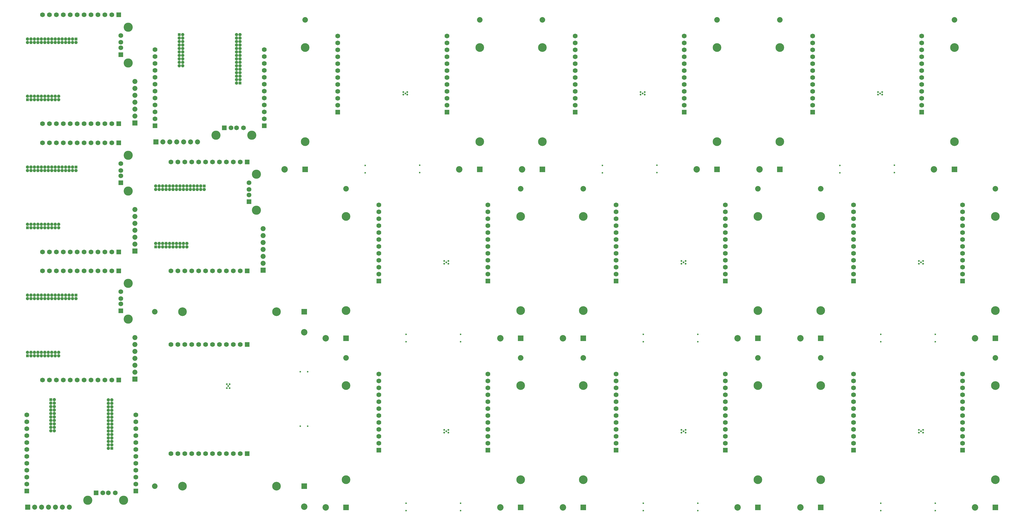
<source format=gbr>
G75*
G71*
%MOMM*%
%OFA0B0*%
%FSLAX53Y53*%
%IPPOS*%
%LPD*%
%ADD18C,1.24000*%
%ADD24C,0.60000*%
%ADD27C,0.64000*%
%ADD35C,2.36000*%
%ADD36R,2.04000X2.04000*%
%ADD38C,3.18000*%
%ADD40C,1.76000*%
%ADD44R,1.76000X1.76000*%
%ADD54C,3.34000*%
%ADD57C,1.74000*%
%ADD62R,1.14000X1.14000*%
%ADD64C,1.84000*%
%ADD65R,1.74000X1.74000*%
%ADD67R,1.84000X1.84000*%
%ADD75C,2.04000*%
X0000000Y0000000D02*
G75*
G01*
%LPD*%
D44*
X0002500Y0008760D03*
D40*
X0002500Y0011300D03*
X0002500Y0013840D03*
X0002500Y0016380D03*
X0002500Y0018920D03*
X0002500Y0021460D03*
X0002500Y0024000D03*
X0002500Y0026540D03*
X0002500Y0029080D03*
X0002500Y0031620D03*
X0002500Y0034160D03*
X0002500Y0036700D03*
D44*
X0042500Y0008760D03*
D40*
X0042500Y0011300D03*
X0042500Y0013840D03*
X0042500Y0016380D03*
X0042500Y0018920D03*
X0042500Y0021460D03*
X0042500Y0024000D03*
X0042500Y0026540D03*
X0042500Y0029080D03*
X0042500Y0031620D03*
X0042500Y0034160D03*
X0042500Y0036700D03*
D65*
X0027890Y0008032D03*
D57*
X0030390Y0008032D03*
X0032390Y0008032D03*
X0034890Y0008032D03*
D54*
X0024820Y0005332D03*
X0037960Y0005332D03*
D67*
X0002815Y0002855D03*
D64*
X0005355Y0002855D03*
X0007895Y0002855D03*
X0010435Y0002855D03*
X0012975Y0002855D03*
X0015515Y0002855D03*
X0018055Y0002855D03*
D62*
X0033650Y0024445D03*
D18*
X0033650Y0025715D03*
X0033650Y0026985D03*
X0033650Y0028255D03*
X0033650Y0029525D03*
X0033650Y0030795D03*
X0033650Y0032065D03*
X0033650Y0033335D03*
X0033650Y0034605D03*
X0033650Y0035875D03*
X0033650Y0037145D03*
X0033650Y0038415D03*
X0033650Y0039685D03*
X0033650Y0040955D03*
X0033650Y0042225D03*
X0032380Y0024445D03*
X0032380Y0025715D03*
X0032380Y0026985D03*
X0032380Y0028255D03*
X0032380Y0029525D03*
X0032380Y0030795D03*
X0032380Y0032065D03*
X0032380Y0033335D03*
X0032380Y0034605D03*
X0032380Y0035875D03*
X0032380Y0037145D03*
X0032380Y0038415D03*
X0032380Y0039685D03*
X0032380Y0040955D03*
X0032380Y0042225D03*
X0012620Y0030815D03*
X0012620Y0032085D03*
X0012620Y0033355D03*
X0012620Y0034625D03*
X0012620Y0035895D03*
X0012620Y0037165D03*
X0012620Y0038435D03*
X0012620Y0039705D03*
X0012620Y0040975D03*
X0012620Y0042245D03*
X0011350Y0030815D03*
X0011350Y0032085D03*
X0011350Y0033355D03*
X0011350Y0034625D03*
X0011350Y0035895D03*
X0011350Y0037165D03*
X0011350Y0038435D03*
X0011350Y0039705D03*
X0011350Y0040975D03*
D62*
X0011350Y0042245D03*
X0047000Y0000000D02*
G75*
G01*
%LPD*%
D36*
X0104230Y0010500D03*
D75*
X0049370Y0010500D03*
D38*
X0094070Y0010500D03*
X0059530Y0010500D03*
D35*
X0104230Y0003030D03*
D44*
X0083240Y0022500D03*
D40*
X0080700Y0022500D03*
X0078160Y0022500D03*
X0075620Y0022500D03*
X0073080Y0022500D03*
X0070540Y0022500D03*
X0068000Y0022500D03*
X0065460Y0022500D03*
X0062920Y0022500D03*
X0060380Y0022500D03*
X0057840Y0022500D03*
X0055300Y0022500D03*
D44*
X0083240Y0062500D03*
D40*
X0080700Y0062500D03*
X0078160Y0062500D03*
X0075620Y0062500D03*
X0073080Y0062500D03*
X0070540Y0062500D03*
X0068000Y0062500D03*
X0065460Y0062500D03*
X0062920Y0062500D03*
X0060380Y0062500D03*
X0057840Y0062500D03*
X0055300Y0062500D03*
D27*
X0075833Y0046489D03*
X0076833Y0046489D03*
X0075833Y0047989D03*
X0076333Y0047239D03*
X0076833Y0047989D03*
D24*
X0102729Y0052500D03*
X0105429Y0052500D03*
X0102777Y0032500D03*
X0105477Y0032500D03*
D36*
X0104230Y0074500D03*
D75*
X0049370Y0074500D03*
D38*
X0094070Y0074500D03*
X0059530Y0074500D03*
D35*
X0104230Y0067030D03*
X0000000Y0047000D02*
G75*
G01*
%LPD*%
D44*
X0036240Y0049500D03*
D40*
X0033700Y0049500D03*
X0031160Y0049500D03*
X0028620Y0049500D03*
X0026080Y0049500D03*
X0023540Y0049500D03*
X0021000Y0049500D03*
X0018460Y0049500D03*
X0015920Y0049500D03*
X0013380Y0049500D03*
X0010840Y0049500D03*
X0008300Y0049500D03*
D44*
X0036240Y0089500D03*
D40*
X0033700Y0089500D03*
X0031160Y0089500D03*
X0028620Y0089500D03*
X0026080Y0089500D03*
X0023540Y0089500D03*
X0021000Y0089500D03*
X0018460Y0089500D03*
X0015920Y0089500D03*
X0013380Y0089500D03*
X0010840Y0089500D03*
X0008300Y0089500D03*
D65*
X0036968Y0074890D03*
D57*
X0036968Y0077390D03*
X0036968Y0079390D03*
X0036968Y0081890D03*
D54*
X0039668Y0071820D03*
X0039668Y0084960D03*
D67*
X0042145Y0049815D03*
D64*
X0042145Y0052355D03*
X0042145Y0054895D03*
X0042145Y0057435D03*
X0042145Y0059975D03*
X0042145Y0062515D03*
X0042145Y0065055D03*
D62*
X0020555Y0080650D03*
D18*
X0019285Y0080650D03*
X0018015Y0080650D03*
X0016745Y0080650D03*
X0015475Y0080650D03*
X0014205Y0080650D03*
X0012935Y0080650D03*
X0011665Y0080650D03*
X0010395Y0080650D03*
X0009125Y0080650D03*
X0007855Y0080650D03*
X0006585Y0080650D03*
X0005315Y0080650D03*
X0004045Y0080650D03*
X0002775Y0080650D03*
X0020555Y0079380D03*
X0019285Y0079380D03*
X0018015Y0079380D03*
X0016745Y0079380D03*
X0015475Y0079380D03*
X0014205Y0079380D03*
X0012935Y0079380D03*
X0011665Y0079380D03*
X0010395Y0079380D03*
X0009125Y0079380D03*
X0007855Y0079380D03*
X0006585Y0079380D03*
X0005315Y0079380D03*
X0004045Y0079380D03*
X0002775Y0079380D03*
X0014185Y0059620D03*
X0012915Y0059620D03*
X0011645Y0059620D03*
X0010375Y0059620D03*
X0009105Y0059620D03*
X0007835Y0059620D03*
X0006565Y0059620D03*
X0005295Y0059620D03*
X0004025Y0059620D03*
X0002755Y0059620D03*
X0014185Y0058350D03*
X0012915Y0058350D03*
X0011645Y0058350D03*
X0010375Y0058350D03*
X0009105Y0058350D03*
X0007835Y0058350D03*
X0006565Y0058350D03*
X0005295Y0058350D03*
X0004025Y0058350D03*
D62*
X0002755Y0058350D03*
X0109000Y0000000D02*
G75*
G01*
%LPD*%
D36*
X0119500Y0002770D03*
D75*
X0119500Y0057630D03*
D38*
X0119500Y0012930D03*
X0119500Y0047470D03*
D35*
X0112030Y0002770D03*
D44*
X0131500Y0023760D03*
D40*
X0131500Y0026300D03*
X0131500Y0028840D03*
X0131500Y0031380D03*
X0131500Y0033920D03*
X0131500Y0036460D03*
X0131500Y0039000D03*
X0131500Y0041540D03*
X0131500Y0044080D03*
X0131500Y0046620D03*
X0131500Y0049160D03*
X0131500Y0051700D03*
D44*
X0171500Y0023760D03*
D40*
X0171500Y0026300D03*
X0171500Y0028840D03*
X0171500Y0031380D03*
X0171500Y0033920D03*
X0171500Y0036460D03*
X0171500Y0039000D03*
X0171500Y0041540D03*
X0171500Y0044080D03*
X0171500Y0046620D03*
X0171500Y0049160D03*
X0171500Y0051700D03*
D27*
X0155489Y0031167D03*
X0155489Y0030167D03*
X0156989Y0031167D03*
X0156239Y0030667D03*
X0156989Y0030167D03*
D24*
X0161500Y0004271D03*
X0161500Y0001571D03*
X0141500Y0004223D03*
X0141500Y0001523D03*
D36*
X0183500Y0002770D03*
D75*
X0183500Y0057630D03*
D38*
X0183500Y0012930D03*
X0183500Y0047470D03*
D35*
X0176030Y0002770D03*
X0047000Y0087000D02*
G75*
G01*
%LPD*%
D44*
X0083240Y0089500D03*
D40*
X0080700Y0089500D03*
X0078160Y0089500D03*
X0075620Y0089500D03*
X0073080Y0089500D03*
X0070540Y0089500D03*
X0068000Y0089500D03*
X0065460Y0089500D03*
X0062920Y0089500D03*
X0060380Y0089500D03*
X0057840Y0089500D03*
X0055300Y0089500D03*
D44*
X0083240Y0129500D03*
D40*
X0080700Y0129500D03*
X0078160Y0129500D03*
X0075620Y0129500D03*
X0073080Y0129500D03*
X0070540Y0129500D03*
X0068000Y0129500D03*
X0065460Y0129500D03*
X0062920Y0129500D03*
X0060380Y0129500D03*
X0057840Y0129500D03*
X0055300Y0129500D03*
D65*
X0083968Y0114890D03*
D57*
X0083968Y0117390D03*
X0083968Y0119390D03*
X0083968Y0121890D03*
D54*
X0086668Y0111820D03*
X0086668Y0124960D03*
D67*
X0089145Y0089815D03*
D64*
X0089145Y0092355D03*
X0089145Y0094895D03*
X0089145Y0097435D03*
X0089145Y0099975D03*
X0089145Y0102515D03*
X0089145Y0105055D03*
D62*
X0067555Y0120650D03*
D18*
X0066285Y0120650D03*
X0065015Y0120650D03*
X0063745Y0120650D03*
X0062475Y0120650D03*
X0061205Y0120650D03*
X0059935Y0120650D03*
X0058665Y0120650D03*
X0057395Y0120650D03*
X0056125Y0120650D03*
X0054855Y0120650D03*
X0053585Y0120650D03*
X0052315Y0120650D03*
X0051045Y0120650D03*
X0049775Y0120650D03*
X0067555Y0119380D03*
X0066285Y0119380D03*
X0065015Y0119380D03*
X0063745Y0119380D03*
X0062475Y0119380D03*
X0061205Y0119380D03*
X0059935Y0119380D03*
X0058665Y0119380D03*
X0057395Y0119380D03*
X0056125Y0119380D03*
X0054855Y0119380D03*
X0053585Y0119380D03*
X0052315Y0119380D03*
X0051045Y0119380D03*
X0049775Y0119380D03*
X0061185Y0099620D03*
X0059915Y0099620D03*
X0058645Y0099620D03*
X0057375Y0099620D03*
X0056105Y0099620D03*
X0054835Y0099620D03*
X0053565Y0099620D03*
X0052295Y0099620D03*
X0051025Y0099620D03*
X0049755Y0099620D03*
X0061185Y0098350D03*
X0059915Y0098350D03*
X0058645Y0098350D03*
X0057375Y0098350D03*
X0056105Y0098350D03*
X0054835Y0098350D03*
X0053565Y0098350D03*
X0052295Y0098350D03*
X0051025Y0098350D03*
D62*
X0049755Y0098350D03*
X0109000Y0062000D02*
G75*
G01*
%LPD*%
D36*
X0119500Y0064770D03*
D75*
X0119500Y0119630D03*
D38*
X0119500Y0074930D03*
X0119500Y0109470D03*
D35*
X0112030Y0064770D03*
D44*
X0131500Y0085760D03*
D40*
X0131500Y0088300D03*
X0131500Y0090840D03*
X0131500Y0093380D03*
X0131500Y0095920D03*
X0131500Y0098460D03*
X0131500Y0101000D03*
X0131500Y0103540D03*
X0131500Y0106080D03*
X0131500Y0108620D03*
X0131500Y0111160D03*
X0131500Y0113700D03*
D44*
X0171500Y0085760D03*
D40*
X0171500Y0088300D03*
X0171500Y0090840D03*
X0171500Y0093380D03*
X0171500Y0095920D03*
X0171500Y0098460D03*
X0171500Y0101000D03*
X0171500Y0103540D03*
X0171500Y0106080D03*
X0171500Y0108620D03*
X0171500Y0111160D03*
X0171500Y0113700D03*
D27*
X0155489Y0093167D03*
X0155489Y0092167D03*
X0156989Y0093167D03*
X0156239Y0092667D03*
X0156989Y0092167D03*
D24*
X0161500Y0066271D03*
X0161500Y0063571D03*
X0141500Y0066223D03*
X0141500Y0063523D03*
D36*
X0183500Y0064770D03*
D75*
X0183500Y0119630D03*
D38*
X0183500Y0074930D03*
X0183500Y0109470D03*
D35*
X0176030Y0064770D03*
X0094000Y0124000D02*
G75*
G01*
%LPD*%
D36*
X0104500Y0126770D03*
D75*
X0104500Y0181630D03*
D38*
X0104500Y0136930D03*
X0104500Y0171470D03*
D35*
X0097030Y0126770D03*
D44*
X0116500Y0147760D03*
D40*
X0116500Y0150300D03*
X0116500Y0152840D03*
X0116500Y0155380D03*
X0116500Y0157920D03*
X0116500Y0160460D03*
X0116500Y0163000D03*
X0116500Y0165540D03*
X0116500Y0168080D03*
X0116500Y0170620D03*
X0116500Y0173160D03*
X0116500Y0175700D03*
D44*
X0156500Y0147760D03*
D40*
X0156500Y0150300D03*
X0156500Y0152840D03*
X0156500Y0155380D03*
X0156500Y0157920D03*
X0156500Y0160460D03*
X0156500Y0163000D03*
X0156500Y0165540D03*
X0156500Y0168080D03*
X0156500Y0170620D03*
X0156500Y0173160D03*
X0156500Y0175700D03*
D27*
X0140489Y0155167D03*
X0140489Y0154167D03*
X0141989Y0155167D03*
X0141239Y0154667D03*
X0141989Y0154167D03*
D24*
X0146500Y0128271D03*
X0146500Y0125571D03*
X0126500Y0128223D03*
X0126500Y0125523D03*
D36*
X0168500Y0126770D03*
D75*
X0168500Y0181630D03*
D38*
X0168500Y0136930D03*
X0168500Y0171470D03*
D35*
X0161030Y0126770D03*
X0047000Y0134000D02*
G75*
G01*
%LPD*%
D44*
X0049500Y0142760D03*
D40*
X0049500Y0145300D03*
X0049500Y0147840D03*
X0049500Y0150380D03*
X0049500Y0152920D03*
X0049500Y0155460D03*
X0049500Y0158000D03*
X0049500Y0160540D03*
X0049500Y0163080D03*
X0049500Y0165620D03*
X0049500Y0168160D03*
X0049500Y0170700D03*
D44*
X0089500Y0142760D03*
D40*
X0089500Y0145300D03*
X0089500Y0147840D03*
X0089500Y0150380D03*
X0089500Y0152920D03*
X0089500Y0155460D03*
X0089500Y0158000D03*
X0089500Y0160540D03*
X0089500Y0163080D03*
X0089500Y0165620D03*
X0089500Y0168160D03*
X0089500Y0170700D03*
D65*
X0074890Y0142032D03*
D57*
X0077390Y0142032D03*
X0079390Y0142032D03*
X0081890Y0142032D03*
D54*
X0071820Y0139332D03*
X0084960Y0139332D03*
D67*
X0049815Y0136855D03*
D64*
X0052355Y0136855D03*
X0054895Y0136855D03*
X0057435Y0136855D03*
X0059975Y0136855D03*
X0062515Y0136855D03*
X0065055Y0136855D03*
D62*
X0080650Y0158445D03*
D18*
X0080650Y0159715D03*
X0080650Y0160985D03*
X0080650Y0162255D03*
X0080650Y0163525D03*
X0080650Y0164795D03*
X0080650Y0166065D03*
X0080650Y0167335D03*
X0080650Y0168605D03*
X0080650Y0169875D03*
X0080650Y0171145D03*
X0080650Y0172415D03*
X0080650Y0173685D03*
X0080650Y0174955D03*
X0080650Y0176225D03*
X0079380Y0158445D03*
X0079380Y0159715D03*
X0079380Y0160985D03*
X0079380Y0162255D03*
X0079380Y0163525D03*
X0079380Y0164795D03*
X0079380Y0166065D03*
X0079380Y0167335D03*
X0079380Y0168605D03*
X0079380Y0169875D03*
X0079380Y0171145D03*
X0079380Y0172415D03*
X0079380Y0173685D03*
X0079380Y0174955D03*
X0079380Y0176225D03*
X0059620Y0164815D03*
X0059620Y0166085D03*
X0059620Y0167355D03*
X0059620Y0168625D03*
X0059620Y0169895D03*
X0059620Y0171165D03*
X0059620Y0172435D03*
X0059620Y0173705D03*
X0059620Y0174975D03*
X0059620Y0176245D03*
X0058350Y0164815D03*
X0058350Y0166085D03*
X0058350Y0167355D03*
X0058350Y0168625D03*
X0058350Y0169895D03*
X0058350Y0171165D03*
X0058350Y0172435D03*
X0058350Y0173705D03*
X0058350Y0174975D03*
D62*
X0058350Y0176245D03*
X0181000Y0124000D02*
G75*
G01*
%LPD*%
D36*
X0191500Y0126770D03*
D75*
X0191500Y0181630D03*
D38*
X0191500Y0136930D03*
X0191500Y0171470D03*
D35*
X0184030Y0126770D03*
D44*
X0203500Y0147760D03*
D40*
X0203500Y0150300D03*
X0203500Y0152840D03*
X0203500Y0155380D03*
X0203500Y0157920D03*
X0203500Y0160460D03*
X0203500Y0163000D03*
X0203500Y0165540D03*
X0203500Y0168080D03*
X0203500Y0170620D03*
X0203500Y0173160D03*
X0203500Y0175700D03*
D44*
X0243500Y0147760D03*
D40*
X0243500Y0150300D03*
X0243500Y0152840D03*
X0243500Y0155380D03*
X0243500Y0157920D03*
X0243500Y0160460D03*
X0243500Y0163000D03*
X0243500Y0165540D03*
X0243500Y0168080D03*
X0243500Y0170620D03*
X0243500Y0173160D03*
X0243500Y0175700D03*
D27*
X0227489Y0155167D03*
X0227489Y0154167D03*
X0228989Y0155167D03*
X0228239Y0154667D03*
X0228989Y0154167D03*
D24*
X0233500Y0128271D03*
X0233500Y0125571D03*
X0213500Y0128223D03*
X0213500Y0125523D03*
D36*
X0255500Y0126770D03*
D75*
X0255500Y0181630D03*
D38*
X0255500Y0136930D03*
X0255500Y0171470D03*
D35*
X0248030Y0126770D03*
X0000000Y0094000D02*
G75*
G01*
%LPD*%
D44*
X0036240Y0096500D03*
D40*
X0033700Y0096500D03*
X0031160Y0096500D03*
X0028620Y0096500D03*
X0026080Y0096500D03*
X0023540Y0096500D03*
X0021000Y0096500D03*
X0018460Y0096500D03*
X0015920Y0096500D03*
X0013380Y0096500D03*
X0010840Y0096500D03*
X0008300Y0096500D03*
D44*
X0036240Y0136500D03*
D40*
X0033700Y0136500D03*
X0031160Y0136500D03*
X0028620Y0136500D03*
X0026080Y0136500D03*
X0023540Y0136500D03*
X0021000Y0136500D03*
X0018460Y0136500D03*
X0015920Y0136500D03*
X0013380Y0136500D03*
X0010840Y0136500D03*
X0008300Y0136500D03*
D65*
X0036968Y0121890D03*
D57*
X0036968Y0124390D03*
X0036968Y0126390D03*
X0036968Y0128890D03*
D54*
X0039668Y0118820D03*
X0039668Y0131960D03*
D67*
X0042145Y0096815D03*
D64*
X0042145Y0099355D03*
X0042145Y0101895D03*
X0042145Y0104435D03*
X0042145Y0106975D03*
X0042145Y0109515D03*
X0042145Y0112055D03*
D62*
X0020555Y0127650D03*
D18*
X0019285Y0127650D03*
X0018015Y0127650D03*
X0016745Y0127650D03*
X0015475Y0127650D03*
X0014205Y0127650D03*
X0012935Y0127650D03*
X0011665Y0127650D03*
X0010395Y0127650D03*
X0009125Y0127650D03*
X0007855Y0127650D03*
X0006585Y0127650D03*
X0005315Y0127650D03*
X0004045Y0127650D03*
X0002775Y0127650D03*
X0020555Y0126380D03*
X0019285Y0126380D03*
X0018015Y0126380D03*
X0016745Y0126380D03*
X0015475Y0126380D03*
X0014205Y0126380D03*
X0012935Y0126380D03*
X0011665Y0126380D03*
X0010395Y0126380D03*
X0009125Y0126380D03*
X0007855Y0126380D03*
X0006585Y0126380D03*
X0005315Y0126380D03*
X0004045Y0126380D03*
X0002775Y0126380D03*
X0014185Y0106620D03*
X0012915Y0106620D03*
X0011645Y0106620D03*
X0010375Y0106620D03*
X0009105Y0106620D03*
X0007835Y0106620D03*
X0006565Y0106620D03*
X0005295Y0106620D03*
X0004025Y0106620D03*
X0002755Y0106620D03*
X0014185Y0105350D03*
X0012915Y0105350D03*
X0011645Y0105350D03*
X0010375Y0105350D03*
X0009105Y0105350D03*
X0007835Y0105350D03*
X0006565Y0105350D03*
X0005295Y0105350D03*
X0004025Y0105350D03*
D62*
X0002755Y0105350D03*
X0196000Y0000000D02*
G75*
G01*
%LPD*%
D36*
X0206500Y0002770D03*
D75*
X0206500Y0057630D03*
D38*
X0206500Y0012930D03*
X0206500Y0047470D03*
D35*
X0199030Y0002770D03*
D44*
X0218500Y0023760D03*
D40*
X0218500Y0026300D03*
X0218500Y0028840D03*
X0218500Y0031380D03*
X0218500Y0033920D03*
X0218500Y0036460D03*
X0218500Y0039000D03*
X0218500Y0041540D03*
X0218500Y0044080D03*
X0218500Y0046620D03*
X0218500Y0049160D03*
X0218500Y0051700D03*
D44*
X0258500Y0023760D03*
D40*
X0258500Y0026300D03*
X0258500Y0028840D03*
X0258500Y0031380D03*
X0258500Y0033920D03*
X0258500Y0036460D03*
X0258500Y0039000D03*
X0258500Y0041540D03*
X0258500Y0044080D03*
X0258500Y0046620D03*
X0258500Y0049160D03*
X0258500Y0051700D03*
D27*
X0242489Y0031167D03*
X0242489Y0030167D03*
X0243989Y0031167D03*
X0243239Y0030667D03*
X0243989Y0030167D03*
D24*
X0248500Y0004271D03*
X0248500Y0001571D03*
X0228500Y0004223D03*
X0228500Y0001523D03*
D36*
X0270500Y0002770D03*
D75*
X0270500Y0057630D03*
D38*
X0270500Y0012930D03*
X0270500Y0047470D03*
D35*
X0263030Y0002770D03*
X0196000Y0062000D02*
G75*
G01*
%LPD*%
D36*
X0206500Y0064770D03*
D75*
X0206500Y0119630D03*
D38*
X0206500Y0074930D03*
X0206500Y0109470D03*
D35*
X0199030Y0064770D03*
D44*
X0218500Y0085760D03*
D40*
X0218500Y0088300D03*
X0218500Y0090840D03*
X0218500Y0093380D03*
X0218500Y0095920D03*
X0218500Y0098460D03*
X0218500Y0101000D03*
X0218500Y0103540D03*
X0218500Y0106080D03*
X0218500Y0108620D03*
X0218500Y0111160D03*
X0218500Y0113700D03*
D44*
X0258500Y0085760D03*
D40*
X0258500Y0088300D03*
X0258500Y0090840D03*
X0258500Y0093380D03*
X0258500Y0095920D03*
X0258500Y0098460D03*
X0258500Y0101000D03*
X0258500Y0103540D03*
X0258500Y0106080D03*
X0258500Y0108620D03*
X0258500Y0111160D03*
X0258500Y0113700D03*
D27*
X0242489Y0093167D03*
X0242489Y0092167D03*
X0243989Y0093167D03*
X0243239Y0092667D03*
X0243989Y0092167D03*
D24*
X0248500Y0066271D03*
X0248500Y0063571D03*
X0228500Y0066223D03*
X0228500Y0063523D03*
D36*
X0270500Y0064770D03*
D75*
X0270500Y0119630D03*
D38*
X0270500Y0074930D03*
X0270500Y0109470D03*
D35*
X0263030Y0064770D03*
X0000000Y0141000D02*
G75*
G01*
%LPD*%
D44*
X0036240Y0143500D03*
D40*
X0033700Y0143500D03*
X0031160Y0143500D03*
X0028620Y0143500D03*
X0026080Y0143500D03*
X0023540Y0143500D03*
X0021000Y0143500D03*
X0018460Y0143500D03*
X0015920Y0143500D03*
X0013380Y0143500D03*
X0010840Y0143500D03*
X0008300Y0143500D03*
D44*
X0036240Y0183500D03*
D40*
X0033700Y0183500D03*
X0031160Y0183500D03*
X0028620Y0183500D03*
X0026080Y0183500D03*
X0023540Y0183500D03*
X0021000Y0183500D03*
X0018460Y0183500D03*
X0015920Y0183500D03*
X0013380Y0183500D03*
X0010840Y0183500D03*
X0008300Y0183500D03*
D65*
X0036968Y0168890D03*
D57*
X0036968Y0171390D03*
X0036968Y0173390D03*
X0036968Y0175890D03*
D54*
X0039668Y0165820D03*
X0039668Y0178960D03*
D67*
X0042145Y0143815D03*
D64*
X0042145Y0146355D03*
X0042145Y0148895D03*
X0042145Y0151435D03*
X0042145Y0153975D03*
X0042145Y0156515D03*
X0042145Y0159055D03*
D62*
X0020555Y0174650D03*
D18*
X0019285Y0174650D03*
X0018015Y0174650D03*
X0016745Y0174650D03*
X0015475Y0174650D03*
X0014205Y0174650D03*
X0012935Y0174650D03*
X0011665Y0174650D03*
X0010395Y0174650D03*
X0009125Y0174650D03*
X0007855Y0174650D03*
X0006585Y0174650D03*
X0005315Y0174650D03*
X0004045Y0174650D03*
X0002775Y0174650D03*
X0020555Y0173380D03*
X0019285Y0173380D03*
X0018015Y0173380D03*
X0016745Y0173380D03*
X0015475Y0173380D03*
X0014205Y0173380D03*
X0012935Y0173380D03*
X0011665Y0173380D03*
X0010395Y0173380D03*
X0009125Y0173380D03*
X0007855Y0173380D03*
X0006585Y0173380D03*
X0005315Y0173380D03*
X0004045Y0173380D03*
X0002775Y0173380D03*
X0014185Y0153620D03*
X0012915Y0153620D03*
X0011645Y0153620D03*
X0010375Y0153620D03*
X0009105Y0153620D03*
X0007835Y0153620D03*
X0006565Y0153620D03*
X0005295Y0153620D03*
X0004025Y0153620D03*
X0002755Y0153620D03*
X0014185Y0152350D03*
X0012915Y0152350D03*
X0011645Y0152350D03*
X0010375Y0152350D03*
X0009105Y0152350D03*
X0007835Y0152350D03*
X0006565Y0152350D03*
X0005295Y0152350D03*
X0004025Y0152350D03*
D62*
X0002755Y0152350D03*
X0268000Y0124000D02*
G75*
G01*
%LPD*%
D36*
X0278500Y0126770D03*
D75*
X0278500Y0181630D03*
D38*
X0278500Y0136930D03*
X0278500Y0171470D03*
D35*
X0271030Y0126770D03*
D44*
X0290500Y0147760D03*
D40*
X0290500Y0150300D03*
X0290500Y0152840D03*
X0290500Y0155380D03*
X0290500Y0157920D03*
X0290500Y0160460D03*
X0290500Y0163000D03*
X0290500Y0165540D03*
X0290500Y0168080D03*
X0290500Y0170620D03*
X0290500Y0173160D03*
X0290500Y0175700D03*
D44*
X0330500Y0147760D03*
D40*
X0330500Y0150300D03*
X0330500Y0152840D03*
X0330500Y0155380D03*
X0330500Y0157920D03*
X0330500Y0160460D03*
X0330500Y0163000D03*
X0330500Y0165540D03*
X0330500Y0168080D03*
X0330500Y0170620D03*
X0330500Y0173160D03*
X0330500Y0175700D03*
D27*
X0314489Y0155167D03*
X0314489Y0154167D03*
X0315989Y0155167D03*
X0315239Y0154667D03*
X0315989Y0154167D03*
D24*
X0320500Y0128271D03*
X0320500Y0125571D03*
X0300500Y0128223D03*
X0300500Y0125523D03*
D36*
X0342500Y0126770D03*
D75*
X0342500Y0181630D03*
D38*
X0342500Y0136930D03*
X0342500Y0171470D03*
D35*
X0335030Y0126770D03*
X0283000Y0000000D02*
G75*
G01*
%LPD*%
D36*
X0293500Y0002770D03*
D75*
X0293500Y0057630D03*
D38*
X0293500Y0012930D03*
X0293500Y0047470D03*
D35*
X0286030Y0002770D03*
D44*
X0305500Y0023760D03*
D40*
X0305500Y0026300D03*
X0305500Y0028840D03*
X0305500Y0031380D03*
X0305500Y0033920D03*
X0305500Y0036460D03*
X0305500Y0039000D03*
X0305500Y0041540D03*
X0305500Y0044080D03*
X0305500Y0046620D03*
X0305500Y0049160D03*
X0305500Y0051700D03*
D44*
X0345500Y0023760D03*
D40*
X0345500Y0026300D03*
X0345500Y0028840D03*
X0345500Y0031380D03*
X0345500Y0033920D03*
X0345500Y0036460D03*
X0345500Y0039000D03*
X0345500Y0041540D03*
X0345500Y0044080D03*
X0345500Y0046620D03*
X0345500Y0049160D03*
X0345500Y0051700D03*
D27*
X0329489Y0031167D03*
X0329489Y0030167D03*
X0330989Y0031167D03*
X0330239Y0030667D03*
X0330989Y0030167D03*
D24*
X0335500Y0004271D03*
X0335500Y0001571D03*
X0315500Y0004223D03*
X0315500Y0001523D03*
D36*
X0357500Y0002770D03*
D75*
X0357500Y0057630D03*
D38*
X0357500Y0012930D03*
X0357500Y0047470D03*
D35*
X0350030Y0002770D03*
X0283000Y0062000D02*
G75*
G01*
%LPD*%
D36*
X0293500Y0064770D03*
D75*
X0293500Y0119630D03*
D38*
X0293500Y0074930D03*
X0293500Y0109470D03*
D35*
X0286030Y0064770D03*
D44*
X0305500Y0085760D03*
D40*
X0305500Y0088300D03*
X0305500Y0090840D03*
X0305500Y0093380D03*
X0305500Y0095920D03*
X0305500Y0098460D03*
X0305500Y0101000D03*
X0305500Y0103540D03*
X0305500Y0106080D03*
X0305500Y0108620D03*
X0305500Y0111160D03*
X0305500Y0113700D03*
D44*
X0345500Y0085760D03*
D40*
X0345500Y0088300D03*
X0345500Y0090840D03*
X0345500Y0093380D03*
X0345500Y0095920D03*
X0345500Y0098460D03*
X0345500Y0101000D03*
X0345500Y0103540D03*
X0345500Y0106080D03*
X0345500Y0108620D03*
X0345500Y0111160D03*
X0345500Y0113700D03*
D27*
X0329489Y0093167D03*
X0329489Y0092167D03*
X0330989Y0093167D03*
X0330239Y0092667D03*
X0330989Y0092167D03*
D24*
X0335500Y0066271D03*
X0335500Y0063571D03*
X0315500Y0066223D03*
X0315500Y0063523D03*
D36*
X0357500Y0064770D03*
D75*
X0357500Y0119630D03*
D38*
X0357500Y0074930D03*
X0357500Y0109470D03*
D35*
X0350030Y0064770D03*
M02*

</source>
